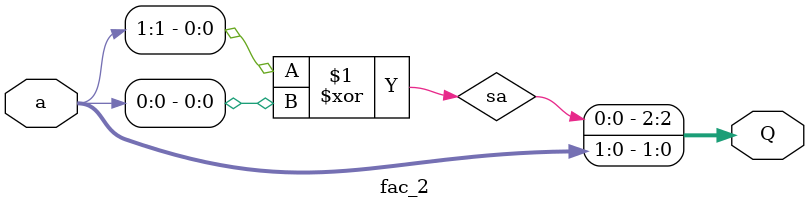
<source format=v>

module fac_2 (
        input   wire    [1:0]   a,
        output  wire    [2:0]   Q
    );
    
    wire   sa;
    assign sa = a[1] ^ a[0];
    assign Q = { sa, a };

endmodule // fac_2
</source>
